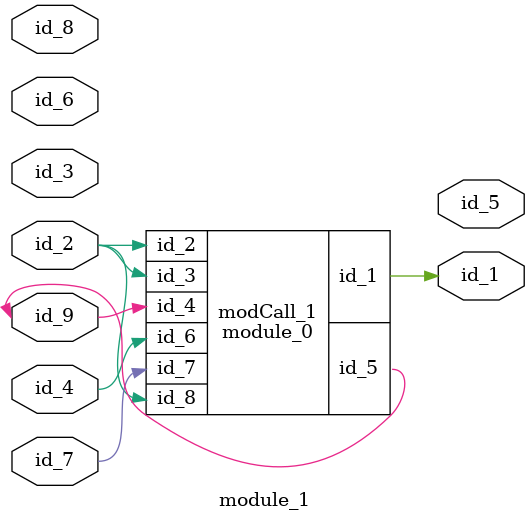
<source format=v>
module module_0 (
    id_1,
    id_2,
    id_3,
    id_4,
    id_5,
    id_6,
    id_7,
    id_8
);
  input wire id_8;
  input wire id_7;
  input wire id_6;
  inout wire id_5;
  input wire id_4;
  input wire id_3;
  input wire id_2;
  output wire id_1;
  wire id_9;
  assign id_5 = 1 ? 1 : 1;
endmodule
module module_1 (
    id_1,
    id_2,
    id_3,
    id_4,
    id_5,
    id_6,
    id_7,
    id_8,
    id_9
);
  inout wire id_9;
  inout wire id_8;
  inout wire id_7;
  input wire id_6;
  output wire id_5;
  input wire id_4;
  inout wire id_3;
  input wire id_2;
  output wire id_1;
  module_0 modCall_1 (
      id_1,
      id_2,
      id_2,
      id_9,
      id_9,
      id_4,
      id_7,
      id_2
  );
endmodule

</source>
